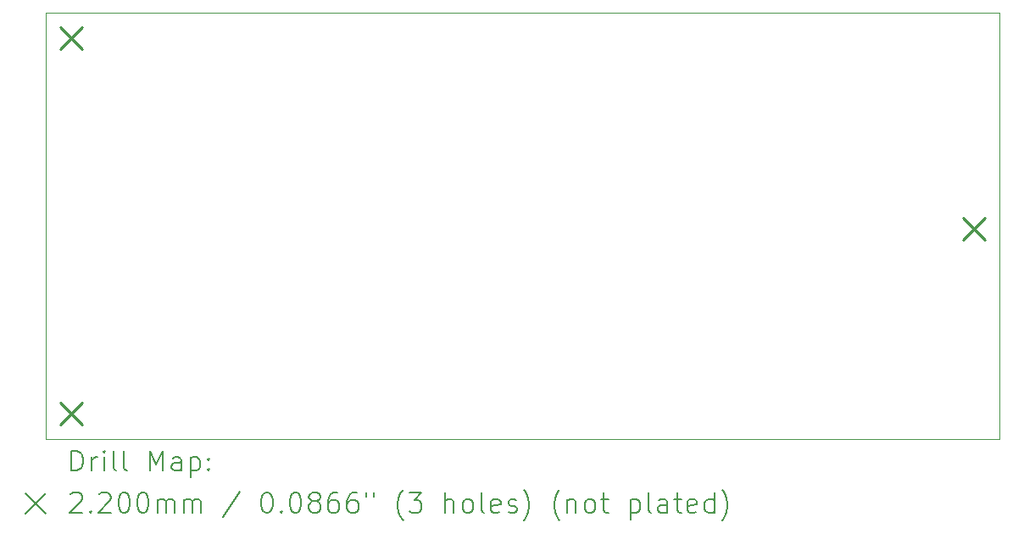
<source format=gbr>
%TF.GenerationSoftware,KiCad,Pcbnew,7.0.10*%
%TF.CreationDate,2024-10-31T16:27:38-04:00*%
%TF.ProjectId,SDP25_MainPCB,53445032-355f-44d6-9169-6e5043422e6b,rev?*%
%TF.SameCoordinates,Original*%
%TF.FileFunction,Drillmap*%
%TF.FilePolarity,Positive*%
%FSLAX45Y45*%
G04 Gerber Fmt 4.5, Leading zero omitted, Abs format (unit mm)*
G04 Created by KiCad (PCBNEW 7.0.10) date 2024-10-31 16:27:38*
%MOMM*%
%LPD*%
G01*
G04 APERTURE LIST*
%ADD10C,0.100000*%
%ADD11C,0.200000*%
%ADD12C,0.220000*%
G04 APERTURE END LIST*
D10*
X4826000Y-3683000D02*
X14351000Y-3683000D01*
X14351000Y-7937500D01*
X4826000Y-7937500D01*
X4826000Y-3683000D01*
D11*
D12*
X4970000Y-3827000D02*
X5190000Y-4047000D01*
X5190000Y-3827000D02*
X4970000Y-4047000D01*
X4970000Y-7573500D02*
X5190000Y-7793500D01*
X5190000Y-7573500D02*
X4970000Y-7793500D01*
X13987000Y-5732000D02*
X14207000Y-5952000D01*
X14207000Y-5732000D02*
X13987000Y-5952000D01*
D11*
X5081777Y-8253984D02*
X5081777Y-8053984D01*
X5081777Y-8053984D02*
X5129396Y-8053984D01*
X5129396Y-8053984D02*
X5157967Y-8063508D01*
X5157967Y-8063508D02*
X5177015Y-8082555D01*
X5177015Y-8082555D02*
X5186539Y-8101603D01*
X5186539Y-8101603D02*
X5196063Y-8139698D01*
X5196063Y-8139698D02*
X5196063Y-8168269D01*
X5196063Y-8168269D02*
X5186539Y-8206365D01*
X5186539Y-8206365D02*
X5177015Y-8225412D01*
X5177015Y-8225412D02*
X5157967Y-8244460D01*
X5157967Y-8244460D02*
X5129396Y-8253984D01*
X5129396Y-8253984D02*
X5081777Y-8253984D01*
X5281777Y-8253984D02*
X5281777Y-8120650D01*
X5281777Y-8158746D02*
X5291301Y-8139698D01*
X5291301Y-8139698D02*
X5300824Y-8130174D01*
X5300824Y-8130174D02*
X5319872Y-8120650D01*
X5319872Y-8120650D02*
X5338920Y-8120650D01*
X5405586Y-8253984D02*
X5405586Y-8120650D01*
X5405586Y-8053984D02*
X5396063Y-8063508D01*
X5396063Y-8063508D02*
X5405586Y-8073031D01*
X5405586Y-8073031D02*
X5415110Y-8063508D01*
X5415110Y-8063508D02*
X5405586Y-8053984D01*
X5405586Y-8053984D02*
X5405586Y-8073031D01*
X5529396Y-8253984D02*
X5510348Y-8244460D01*
X5510348Y-8244460D02*
X5500824Y-8225412D01*
X5500824Y-8225412D02*
X5500824Y-8053984D01*
X5634158Y-8253984D02*
X5615110Y-8244460D01*
X5615110Y-8244460D02*
X5605586Y-8225412D01*
X5605586Y-8225412D02*
X5605586Y-8053984D01*
X5862729Y-8253984D02*
X5862729Y-8053984D01*
X5862729Y-8053984D02*
X5929396Y-8196841D01*
X5929396Y-8196841D02*
X5996062Y-8053984D01*
X5996062Y-8053984D02*
X5996062Y-8253984D01*
X6177015Y-8253984D02*
X6177015Y-8149222D01*
X6177015Y-8149222D02*
X6167491Y-8130174D01*
X6167491Y-8130174D02*
X6148443Y-8120650D01*
X6148443Y-8120650D02*
X6110348Y-8120650D01*
X6110348Y-8120650D02*
X6091301Y-8130174D01*
X6177015Y-8244460D02*
X6157967Y-8253984D01*
X6157967Y-8253984D02*
X6110348Y-8253984D01*
X6110348Y-8253984D02*
X6091301Y-8244460D01*
X6091301Y-8244460D02*
X6081777Y-8225412D01*
X6081777Y-8225412D02*
X6081777Y-8206365D01*
X6081777Y-8206365D02*
X6091301Y-8187317D01*
X6091301Y-8187317D02*
X6110348Y-8177793D01*
X6110348Y-8177793D02*
X6157967Y-8177793D01*
X6157967Y-8177793D02*
X6177015Y-8168269D01*
X6272253Y-8120650D02*
X6272253Y-8320650D01*
X6272253Y-8130174D02*
X6291301Y-8120650D01*
X6291301Y-8120650D02*
X6329396Y-8120650D01*
X6329396Y-8120650D02*
X6348443Y-8130174D01*
X6348443Y-8130174D02*
X6357967Y-8139698D01*
X6357967Y-8139698D02*
X6367491Y-8158746D01*
X6367491Y-8158746D02*
X6367491Y-8215888D01*
X6367491Y-8215888D02*
X6357967Y-8234936D01*
X6357967Y-8234936D02*
X6348443Y-8244460D01*
X6348443Y-8244460D02*
X6329396Y-8253984D01*
X6329396Y-8253984D02*
X6291301Y-8253984D01*
X6291301Y-8253984D02*
X6272253Y-8244460D01*
X6453205Y-8234936D02*
X6462729Y-8244460D01*
X6462729Y-8244460D02*
X6453205Y-8253984D01*
X6453205Y-8253984D02*
X6443682Y-8244460D01*
X6443682Y-8244460D02*
X6453205Y-8234936D01*
X6453205Y-8234936D02*
X6453205Y-8253984D01*
X6453205Y-8130174D02*
X6462729Y-8139698D01*
X6462729Y-8139698D02*
X6453205Y-8149222D01*
X6453205Y-8149222D02*
X6443682Y-8139698D01*
X6443682Y-8139698D02*
X6453205Y-8130174D01*
X6453205Y-8130174D02*
X6453205Y-8149222D01*
X4621000Y-8482500D02*
X4821000Y-8682500D01*
X4821000Y-8482500D02*
X4621000Y-8682500D01*
X5072253Y-8493031D02*
X5081777Y-8483508D01*
X5081777Y-8483508D02*
X5100824Y-8473984D01*
X5100824Y-8473984D02*
X5148444Y-8473984D01*
X5148444Y-8473984D02*
X5167491Y-8483508D01*
X5167491Y-8483508D02*
X5177015Y-8493031D01*
X5177015Y-8493031D02*
X5186539Y-8512079D01*
X5186539Y-8512079D02*
X5186539Y-8531127D01*
X5186539Y-8531127D02*
X5177015Y-8559698D01*
X5177015Y-8559698D02*
X5062729Y-8673984D01*
X5062729Y-8673984D02*
X5186539Y-8673984D01*
X5272253Y-8654936D02*
X5281777Y-8664460D01*
X5281777Y-8664460D02*
X5272253Y-8673984D01*
X5272253Y-8673984D02*
X5262729Y-8664460D01*
X5262729Y-8664460D02*
X5272253Y-8654936D01*
X5272253Y-8654936D02*
X5272253Y-8673984D01*
X5357967Y-8493031D02*
X5367491Y-8483508D01*
X5367491Y-8483508D02*
X5386539Y-8473984D01*
X5386539Y-8473984D02*
X5434158Y-8473984D01*
X5434158Y-8473984D02*
X5453205Y-8483508D01*
X5453205Y-8483508D02*
X5462729Y-8493031D01*
X5462729Y-8493031D02*
X5472253Y-8512079D01*
X5472253Y-8512079D02*
X5472253Y-8531127D01*
X5472253Y-8531127D02*
X5462729Y-8559698D01*
X5462729Y-8559698D02*
X5348444Y-8673984D01*
X5348444Y-8673984D02*
X5472253Y-8673984D01*
X5596062Y-8473984D02*
X5615110Y-8473984D01*
X5615110Y-8473984D02*
X5634158Y-8483508D01*
X5634158Y-8483508D02*
X5643682Y-8493031D01*
X5643682Y-8493031D02*
X5653205Y-8512079D01*
X5653205Y-8512079D02*
X5662729Y-8550174D01*
X5662729Y-8550174D02*
X5662729Y-8597793D01*
X5662729Y-8597793D02*
X5653205Y-8635889D01*
X5653205Y-8635889D02*
X5643682Y-8654936D01*
X5643682Y-8654936D02*
X5634158Y-8664460D01*
X5634158Y-8664460D02*
X5615110Y-8673984D01*
X5615110Y-8673984D02*
X5596062Y-8673984D01*
X5596062Y-8673984D02*
X5577015Y-8664460D01*
X5577015Y-8664460D02*
X5567491Y-8654936D01*
X5567491Y-8654936D02*
X5557967Y-8635889D01*
X5557967Y-8635889D02*
X5548444Y-8597793D01*
X5548444Y-8597793D02*
X5548444Y-8550174D01*
X5548444Y-8550174D02*
X5557967Y-8512079D01*
X5557967Y-8512079D02*
X5567491Y-8493031D01*
X5567491Y-8493031D02*
X5577015Y-8483508D01*
X5577015Y-8483508D02*
X5596062Y-8473984D01*
X5786539Y-8473984D02*
X5805586Y-8473984D01*
X5805586Y-8473984D02*
X5824634Y-8483508D01*
X5824634Y-8483508D02*
X5834158Y-8493031D01*
X5834158Y-8493031D02*
X5843682Y-8512079D01*
X5843682Y-8512079D02*
X5853205Y-8550174D01*
X5853205Y-8550174D02*
X5853205Y-8597793D01*
X5853205Y-8597793D02*
X5843682Y-8635889D01*
X5843682Y-8635889D02*
X5834158Y-8654936D01*
X5834158Y-8654936D02*
X5824634Y-8664460D01*
X5824634Y-8664460D02*
X5805586Y-8673984D01*
X5805586Y-8673984D02*
X5786539Y-8673984D01*
X5786539Y-8673984D02*
X5767491Y-8664460D01*
X5767491Y-8664460D02*
X5757967Y-8654936D01*
X5757967Y-8654936D02*
X5748443Y-8635889D01*
X5748443Y-8635889D02*
X5738920Y-8597793D01*
X5738920Y-8597793D02*
X5738920Y-8550174D01*
X5738920Y-8550174D02*
X5748443Y-8512079D01*
X5748443Y-8512079D02*
X5757967Y-8493031D01*
X5757967Y-8493031D02*
X5767491Y-8483508D01*
X5767491Y-8483508D02*
X5786539Y-8473984D01*
X5938920Y-8673984D02*
X5938920Y-8540650D01*
X5938920Y-8559698D02*
X5948443Y-8550174D01*
X5948443Y-8550174D02*
X5967491Y-8540650D01*
X5967491Y-8540650D02*
X5996063Y-8540650D01*
X5996063Y-8540650D02*
X6015110Y-8550174D01*
X6015110Y-8550174D02*
X6024634Y-8569222D01*
X6024634Y-8569222D02*
X6024634Y-8673984D01*
X6024634Y-8569222D02*
X6034158Y-8550174D01*
X6034158Y-8550174D02*
X6053205Y-8540650D01*
X6053205Y-8540650D02*
X6081777Y-8540650D01*
X6081777Y-8540650D02*
X6100824Y-8550174D01*
X6100824Y-8550174D02*
X6110348Y-8569222D01*
X6110348Y-8569222D02*
X6110348Y-8673984D01*
X6205586Y-8673984D02*
X6205586Y-8540650D01*
X6205586Y-8559698D02*
X6215110Y-8550174D01*
X6215110Y-8550174D02*
X6234158Y-8540650D01*
X6234158Y-8540650D02*
X6262729Y-8540650D01*
X6262729Y-8540650D02*
X6281777Y-8550174D01*
X6281777Y-8550174D02*
X6291301Y-8569222D01*
X6291301Y-8569222D02*
X6291301Y-8673984D01*
X6291301Y-8569222D02*
X6300824Y-8550174D01*
X6300824Y-8550174D02*
X6319872Y-8540650D01*
X6319872Y-8540650D02*
X6348443Y-8540650D01*
X6348443Y-8540650D02*
X6367491Y-8550174D01*
X6367491Y-8550174D02*
X6377015Y-8569222D01*
X6377015Y-8569222D02*
X6377015Y-8673984D01*
X6767491Y-8464460D02*
X6596063Y-8721603D01*
X7024634Y-8473984D02*
X7043682Y-8473984D01*
X7043682Y-8473984D02*
X7062729Y-8483508D01*
X7062729Y-8483508D02*
X7072253Y-8493031D01*
X7072253Y-8493031D02*
X7081777Y-8512079D01*
X7081777Y-8512079D02*
X7091301Y-8550174D01*
X7091301Y-8550174D02*
X7091301Y-8597793D01*
X7091301Y-8597793D02*
X7081777Y-8635889D01*
X7081777Y-8635889D02*
X7072253Y-8654936D01*
X7072253Y-8654936D02*
X7062729Y-8664460D01*
X7062729Y-8664460D02*
X7043682Y-8673984D01*
X7043682Y-8673984D02*
X7024634Y-8673984D01*
X7024634Y-8673984D02*
X7005586Y-8664460D01*
X7005586Y-8664460D02*
X6996063Y-8654936D01*
X6996063Y-8654936D02*
X6986539Y-8635889D01*
X6986539Y-8635889D02*
X6977015Y-8597793D01*
X6977015Y-8597793D02*
X6977015Y-8550174D01*
X6977015Y-8550174D02*
X6986539Y-8512079D01*
X6986539Y-8512079D02*
X6996063Y-8493031D01*
X6996063Y-8493031D02*
X7005586Y-8483508D01*
X7005586Y-8483508D02*
X7024634Y-8473984D01*
X7177015Y-8654936D02*
X7186539Y-8664460D01*
X7186539Y-8664460D02*
X7177015Y-8673984D01*
X7177015Y-8673984D02*
X7167491Y-8664460D01*
X7167491Y-8664460D02*
X7177015Y-8654936D01*
X7177015Y-8654936D02*
X7177015Y-8673984D01*
X7310348Y-8473984D02*
X7329396Y-8473984D01*
X7329396Y-8473984D02*
X7348444Y-8483508D01*
X7348444Y-8483508D02*
X7357967Y-8493031D01*
X7357967Y-8493031D02*
X7367491Y-8512079D01*
X7367491Y-8512079D02*
X7377015Y-8550174D01*
X7377015Y-8550174D02*
X7377015Y-8597793D01*
X7377015Y-8597793D02*
X7367491Y-8635889D01*
X7367491Y-8635889D02*
X7357967Y-8654936D01*
X7357967Y-8654936D02*
X7348444Y-8664460D01*
X7348444Y-8664460D02*
X7329396Y-8673984D01*
X7329396Y-8673984D02*
X7310348Y-8673984D01*
X7310348Y-8673984D02*
X7291301Y-8664460D01*
X7291301Y-8664460D02*
X7281777Y-8654936D01*
X7281777Y-8654936D02*
X7272253Y-8635889D01*
X7272253Y-8635889D02*
X7262729Y-8597793D01*
X7262729Y-8597793D02*
X7262729Y-8550174D01*
X7262729Y-8550174D02*
X7272253Y-8512079D01*
X7272253Y-8512079D02*
X7281777Y-8493031D01*
X7281777Y-8493031D02*
X7291301Y-8483508D01*
X7291301Y-8483508D02*
X7310348Y-8473984D01*
X7491301Y-8559698D02*
X7472253Y-8550174D01*
X7472253Y-8550174D02*
X7462729Y-8540650D01*
X7462729Y-8540650D02*
X7453206Y-8521603D01*
X7453206Y-8521603D02*
X7453206Y-8512079D01*
X7453206Y-8512079D02*
X7462729Y-8493031D01*
X7462729Y-8493031D02*
X7472253Y-8483508D01*
X7472253Y-8483508D02*
X7491301Y-8473984D01*
X7491301Y-8473984D02*
X7529396Y-8473984D01*
X7529396Y-8473984D02*
X7548444Y-8483508D01*
X7548444Y-8483508D02*
X7557967Y-8493031D01*
X7557967Y-8493031D02*
X7567491Y-8512079D01*
X7567491Y-8512079D02*
X7567491Y-8521603D01*
X7567491Y-8521603D02*
X7557967Y-8540650D01*
X7557967Y-8540650D02*
X7548444Y-8550174D01*
X7548444Y-8550174D02*
X7529396Y-8559698D01*
X7529396Y-8559698D02*
X7491301Y-8559698D01*
X7491301Y-8559698D02*
X7472253Y-8569222D01*
X7472253Y-8569222D02*
X7462729Y-8578746D01*
X7462729Y-8578746D02*
X7453206Y-8597793D01*
X7453206Y-8597793D02*
X7453206Y-8635889D01*
X7453206Y-8635889D02*
X7462729Y-8654936D01*
X7462729Y-8654936D02*
X7472253Y-8664460D01*
X7472253Y-8664460D02*
X7491301Y-8673984D01*
X7491301Y-8673984D02*
X7529396Y-8673984D01*
X7529396Y-8673984D02*
X7548444Y-8664460D01*
X7548444Y-8664460D02*
X7557967Y-8654936D01*
X7557967Y-8654936D02*
X7567491Y-8635889D01*
X7567491Y-8635889D02*
X7567491Y-8597793D01*
X7567491Y-8597793D02*
X7557967Y-8578746D01*
X7557967Y-8578746D02*
X7548444Y-8569222D01*
X7548444Y-8569222D02*
X7529396Y-8559698D01*
X7738920Y-8473984D02*
X7700825Y-8473984D01*
X7700825Y-8473984D02*
X7681777Y-8483508D01*
X7681777Y-8483508D02*
X7672253Y-8493031D01*
X7672253Y-8493031D02*
X7653206Y-8521603D01*
X7653206Y-8521603D02*
X7643682Y-8559698D01*
X7643682Y-8559698D02*
X7643682Y-8635889D01*
X7643682Y-8635889D02*
X7653206Y-8654936D01*
X7653206Y-8654936D02*
X7662729Y-8664460D01*
X7662729Y-8664460D02*
X7681777Y-8673984D01*
X7681777Y-8673984D02*
X7719872Y-8673984D01*
X7719872Y-8673984D02*
X7738920Y-8664460D01*
X7738920Y-8664460D02*
X7748444Y-8654936D01*
X7748444Y-8654936D02*
X7757967Y-8635889D01*
X7757967Y-8635889D02*
X7757967Y-8588270D01*
X7757967Y-8588270D02*
X7748444Y-8569222D01*
X7748444Y-8569222D02*
X7738920Y-8559698D01*
X7738920Y-8559698D02*
X7719872Y-8550174D01*
X7719872Y-8550174D02*
X7681777Y-8550174D01*
X7681777Y-8550174D02*
X7662729Y-8559698D01*
X7662729Y-8559698D02*
X7653206Y-8569222D01*
X7653206Y-8569222D02*
X7643682Y-8588270D01*
X7929396Y-8473984D02*
X7891301Y-8473984D01*
X7891301Y-8473984D02*
X7872253Y-8483508D01*
X7872253Y-8483508D02*
X7862729Y-8493031D01*
X7862729Y-8493031D02*
X7843682Y-8521603D01*
X7843682Y-8521603D02*
X7834158Y-8559698D01*
X7834158Y-8559698D02*
X7834158Y-8635889D01*
X7834158Y-8635889D02*
X7843682Y-8654936D01*
X7843682Y-8654936D02*
X7853206Y-8664460D01*
X7853206Y-8664460D02*
X7872253Y-8673984D01*
X7872253Y-8673984D02*
X7910348Y-8673984D01*
X7910348Y-8673984D02*
X7929396Y-8664460D01*
X7929396Y-8664460D02*
X7938920Y-8654936D01*
X7938920Y-8654936D02*
X7948444Y-8635889D01*
X7948444Y-8635889D02*
X7948444Y-8588270D01*
X7948444Y-8588270D02*
X7938920Y-8569222D01*
X7938920Y-8569222D02*
X7929396Y-8559698D01*
X7929396Y-8559698D02*
X7910348Y-8550174D01*
X7910348Y-8550174D02*
X7872253Y-8550174D01*
X7872253Y-8550174D02*
X7853206Y-8559698D01*
X7853206Y-8559698D02*
X7843682Y-8569222D01*
X7843682Y-8569222D02*
X7834158Y-8588270D01*
X8024634Y-8473984D02*
X8024634Y-8512079D01*
X8100825Y-8473984D02*
X8100825Y-8512079D01*
X8396063Y-8750174D02*
X8386539Y-8740650D01*
X8386539Y-8740650D02*
X8367491Y-8712079D01*
X8367491Y-8712079D02*
X8357968Y-8693031D01*
X8357968Y-8693031D02*
X8348444Y-8664460D01*
X8348444Y-8664460D02*
X8338920Y-8616841D01*
X8338920Y-8616841D02*
X8338920Y-8578746D01*
X8338920Y-8578746D02*
X8348444Y-8531127D01*
X8348444Y-8531127D02*
X8357968Y-8502555D01*
X8357968Y-8502555D02*
X8367491Y-8483508D01*
X8367491Y-8483508D02*
X8386539Y-8454936D01*
X8386539Y-8454936D02*
X8396063Y-8445412D01*
X8453206Y-8473984D02*
X8577015Y-8473984D01*
X8577015Y-8473984D02*
X8510349Y-8550174D01*
X8510349Y-8550174D02*
X8538920Y-8550174D01*
X8538920Y-8550174D02*
X8557968Y-8559698D01*
X8557968Y-8559698D02*
X8567491Y-8569222D01*
X8567491Y-8569222D02*
X8577015Y-8588270D01*
X8577015Y-8588270D02*
X8577015Y-8635889D01*
X8577015Y-8635889D02*
X8567491Y-8654936D01*
X8567491Y-8654936D02*
X8557968Y-8664460D01*
X8557968Y-8664460D02*
X8538920Y-8673984D01*
X8538920Y-8673984D02*
X8481777Y-8673984D01*
X8481777Y-8673984D02*
X8462730Y-8664460D01*
X8462730Y-8664460D02*
X8453206Y-8654936D01*
X8815111Y-8673984D02*
X8815111Y-8473984D01*
X8900825Y-8673984D02*
X8900825Y-8569222D01*
X8900825Y-8569222D02*
X8891301Y-8550174D01*
X8891301Y-8550174D02*
X8872253Y-8540650D01*
X8872253Y-8540650D02*
X8843682Y-8540650D01*
X8843682Y-8540650D02*
X8824634Y-8550174D01*
X8824634Y-8550174D02*
X8815111Y-8559698D01*
X9024634Y-8673984D02*
X9005587Y-8664460D01*
X9005587Y-8664460D02*
X8996063Y-8654936D01*
X8996063Y-8654936D02*
X8986539Y-8635889D01*
X8986539Y-8635889D02*
X8986539Y-8578746D01*
X8986539Y-8578746D02*
X8996063Y-8559698D01*
X8996063Y-8559698D02*
X9005587Y-8550174D01*
X9005587Y-8550174D02*
X9024634Y-8540650D01*
X9024634Y-8540650D02*
X9053206Y-8540650D01*
X9053206Y-8540650D02*
X9072253Y-8550174D01*
X9072253Y-8550174D02*
X9081777Y-8559698D01*
X9081777Y-8559698D02*
X9091301Y-8578746D01*
X9091301Y-8578746D02*
X9091301Y-8635889D01*
X9091301Y-8635889D02*
X9081777Y-8654936D01*
X9081777Y-8654936D02*
X9072253Y-8664460D01*
X9072253Y-8664460D02*
X9053206Y-8673984D01*
X9053206Y-8673984D02*
X9024634Y-8673984D01*
X9205587Y-8673984D02*
X9186539Y-8664460D01*
X9186539Y-8664460D02*
X9177015Y-8645412D01*
X9177015Y-8645412D02*
X9177015Y-8473984D01*
X9357968Y-8664460D02*
X9338920Y-8673984D01*
X9338920Y-8673984D02*
X9300825Y-8673984D01*
X9300825Y-8673984D02*
X9281777Y-8664460D01*
X9281777Y-8664460D02*
X9272253Y-8645412D01*
X9272253Y-8645412D02*
X9272253Y-8569222D01*
X9272253Y-8569222D02*
X9281777Y-8550174D01*
X9281777Y-8550174D02*
X9300825Y-8540650D01*
X9300825Y-8540650D02*
X9338920Y-8540650D01*
X9338920Y-8540650D02*
X9357968Y-8550174D01*
X9357968Y-8550174D02*
X9367492Y-8569222D01*
X9367492Y-8569222D02*
X9367492Y-8588270D01*
X9367492Y-8588270D02*
X9272253Y-8607317D01*
X9443682Y-8664460D02*
X9462730Y-8673984D01*
X9462730Y-8673984D02*
X9500825Y-8673984D01*
X9500825Y-8673984D02*
X9519873Y-8664460D01*
X9519873Y-8664460D02*
X9529396Y-8645412D01*
X9529396Y-8645412D02*
X9529396Y-8635889D01*
X9529396Y-8635889D02*
X9519873Y-8616841D01*
X9519873Y-8616841D02*
X9500825Y-8607317D01*
X9500825Y-8607317D02*
X9472253Y-8607317D01*
X9472253Y-8607317D02*
X9453206Y-8597793D01*
X9453206Y-8597793D02*
X9443682Y-8578746D01*
X9443682Y-8578746D02*
X9443682Y-8569222D01*
X9443682Y-8569222D02*
X9453206Y-8550174D01*
X9453206Y-8550174D02*
X9472253Y-8540650D01*
X9472253Y-8540650D02*
X9500825Y-8540650D01*
X9500825Y-8540650D02*
X9519873Y-8550174D01*
X9596063Y-8750174D02*
X9605587Y-8740650D01*
X9605587Y-8740650D02*
X9624634Y-8712079D01*
X9624634Y-8712079D02*
X9634158Y-8693031D01*
X9634158Y-8693031D02*
X9643682Y-8664460D01*
X9643682Y-8664460D02*
X9653206Y-8616841D01*
X9653206Y-8616841D02*
X9653206Y-8578746D01*
X9653206Y-8578746D02*
X9643682Y-8531127D01*
X9643682Y-8531127D02*
X9634158Y-8502555D01*
X9634158Y-8502555D02*
X9624634Y-8483508D01*
X9624634Y-8483508D02*
X9605587Y-8454936D01*
X9605587Y-8454936D02*
X9596063Y-8445412D01*
X9957968Y-8750174D02*
X9948444Y-8740650D01*
X9948444Y-8740650D02*
X9929396Y-8712079D01*
X9929396Y-8712079D02*
X9919873Y-8693031D01*
X9919873Y-8693031D02*
X9910349Y-8664460D01*
X9910349Y-8664460D02*
X9900825Y-8616841D01*
X9900825Y-8616841D02*
X9900825Y-8578746D01*
X9900825Y-8578746D02*
X9910349Y-8531127D01*
X9910349Y-8531127D02*
X9919873Y-8502555D01*
X9919873Y-8502555D02*
X9929396Y-8483508D01*
X9929396Y-8483508D02*
X9948444Y-8454936D01*
X9948444Y-8454936D02*
X9957968Y-8445412D01*
X10034158Y-8540650D02*
X10034158Y-8673984D01*
X10034158Y-8559698D02*
X10043682Y-8550174D01*
X10043682Y-8550174D02*
X10062730Y-8540650D01*
X10062730Y-8540650D02*
X10091301Y-8540650D01*
X10091301Y-8540650D02*
X10110349Y-8550174D01*
X10110349Y-8550174D02*
X10119873Y-8569222D01*
X10119873Y-8569222D02*
X10119873Y-8673984D01*
X10243682Y-8673984D02*
X10224634Y-8664460D01*
X10224634Y-8664460D02*
X10215111Y-8654936D01*
X10215111Y-8654936D02*
X10205587Y-8635889D01*
X10205587Y-8635889D02*
X10205587Y-8578746D01*
X10205587Y-8578746D02*
X10215111Y-8559698D01*
X10215111Y-8559698D02*
X10224634Y-8550174D01*
X10224634Y-8550174D02*
X10243682Y-8540650D01*
X10243682Y-8540650D02*
X10272254Y-8540650D01*
X10272254Y-8540650D02*
X10291301Y-8550174D01*
X10291301Y-8550174D02*
X10300825Y-8559698D01*
X10300825Y-8559698D02*
X10310349Y-8578746D01*
X10310349Y-8578746D02*
X10310349Y-8635889D01*
X10310349Y-8635889D02*
X10300825Y-8654936D01*
X10300825Y-8654936D02*
X10291301Y-8664460D01*
X10291301Y-8664460D02*
X10272254Y-8673984D01*
X10272254Y-8673984D02*
X10243682Y-8673984D01*
X10367492Y-8540650D02*
X10443682Y-8540650D01*
X10396063Y-8473984D02*
X10396063Y-8645412D01*
X10396063Y-8645412D02*
X10405587Y-8664460D01*
X10405587Y-8664460D02*
X10424634Y-8673984D01*
X10424634Y-8673984D02*
X10443682Y-8673984D01*
X10662730Y-8540650D02*
X10662730Y-8740650D01*
X10662730Y-8550174D02*
X10681777Y-8540650D01*
X10681777Y-8540650D02*
X10719873Y-8540650D01*
X10719873Y-8540650D02*
X10738920Y-8550174D01*
X10738920Y-8550174D02*
X10748444Y-8559698D01*
X10748444Y-8559698D02*
X10757968Y-8578746D01*
X10757968Y-8578746D02*
X10757968Y-8635889D01*
X10757968Y-8635889D02*
X10748444Y-8654936D01*
X10748444Y-8654936D02*
X10738920Y-8664460D01*
X10738920Y-8664460D02*
X10719873Y-8673984D01*
X10719873Y-8673984D02*
X10681777Y-8673984D01*
X10681777Y-8673984D02*
X10662730Y-8664460D01*
X10872254Y-8673984D02*
X10853206Y-8664460D01*
X10853206Y-8664460D02*
X10843682Y-8645412D01*
X10843682Y-8645412D02*
X10843682Y-8473984D01*
X11034158Y-8673984D02*
X11034158Y-8569222D01*
X11034158Y-8569222D02*
X11024635Y-8550174D01*
X11024635Y-8550174D02*
X11005587Y-8540650D01*
X11005587Y-8540650D02*
X10967492Y-8540650D01*
X10967492Y-8540650D02*
X10948444Y-8550174D01*
X11034158Y-8664460D02*
X11015111Y-8673984D01*
X11015111Y-8673984D02*
X10967492Y-8673984D01*
X10967492Y-8673984D02*
X10948444Y-8664460D01*
X10948444Y-8664460D02*
X10938920Y-8645412D01*
X10938920Y-8645412D02*
X10938920Y-8626365D01*
X10938920Y-8626365D02*
X10948444Y-8607317D01*
X10948444Y-8607317D02*
X10967492Y-8597793D01*
X10967492Y-8597793D02*
X11015111Y-8597793D01*
X11015111Y-8597793D02*
X11034158Y-8588270D01*
X11100825Y-8540650D02*
X11177015Y-8540650D01*
X11129396Y-8473984D02*
X11129396Y-8645412D01*
X11129396Y-8645412D02*
X11138920Y-8664460D01*
X11138920Y-8664460D02*
X11157968Y-8673984D01*
X11157968Y-8673984D02*
X11177015Y-8673984D01*
X11319873Y-8664460D02*
X11300825Y-8673984D01*
X11300825Y-8673984D02*
X11262730Y-8673984D01*
X11262730Y-8673984D02*
X11243682Y-8664460D01*
X11243682Y-8664460D02*
X11234158Y-8645412D01*
X11234158Y-8645412D02*
X11234158Y-8569222D01*
X11234158Y-8569222D02*
X11243682Y-8550174D01*
X11243682Y-8550174D02*
X11262730Y-8540650D01*
X11262730Y-8540650D02*
X11300825Y-8540650D01*
X11300825Y-8540650D02*
X11319873Y-8550174D01*
X11319873Y-8550174D02*
X11329396Y-8569222D01*
X11329396Y-8569222D02*
X11329396Y-8588270D01*
X11329396Y-8588270D02*
X11234158Y-8607317D01*
X11500825Y-8673984D02*
X11500825Y-8473984D01*
X11500825Y-8664460D02*
X11481777Y-8673984D01*
X11481777Y-8673984D02*
X11443682Y-8673984D01*
X11443682Y-8673984D02*
X11424634Y-8664460D01*
X11424634Y-8664460D02*
X11415111Y-8654936D01*
X11415111Y-8654936D02*
X11405587Y-8635889D01*
X11405587Y-8635889D02*
X11405587Y-8578746D01*
X11405587Y-8578746D02*
X11415111Y-8559698D01*
X11415111Y-8559698D02*
X11424634Y-8550174D01*
X11424634Y-8550174D02*
X11443682Y-8540650D01*
X11443682Y-8540650D02*
X11481777Y-8540650D01*
X11481777Y-8540650D02*
X11500825Y-8550174D01*
X11577015Y-8750174D02*
X11586539Y-8740650D01*
X11586539Y-8740650D02*
X11605587Y-8712079D01*
X11605587Y-8712079D02*
X11615111Y-8693031D01*
X11615111Y-8693031D02*
X11624634Y-8664460D01*
X11624634Y-8664460D02*
X11634158Y-8616841D01*
X11634158Y-8616841D02*
X11634158Y-8578746D01*
X11634158Y-8578746D02*
X11624634Y-8531127D01*
X11624634Y-8531127D02*
X11615111Y-8502555D01*
X11615111Y-8502555D02*
X11605587Y-8483508D01*
X11605587Y-8483508D02*
X11586539Y-8454936D01*
X11586539Y-8454936D02*
X11577015Y-8445412D01*
M02*

</source>
